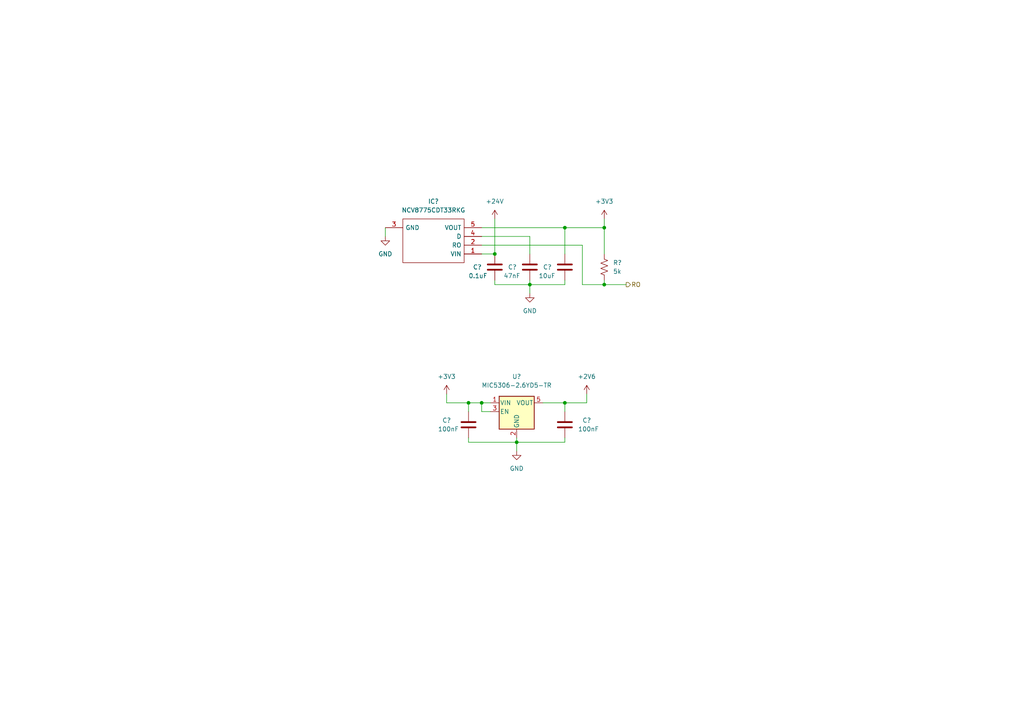
<source format=kicad_sch>
(kicad_sch (version 20211123) (generator eeschema)
  (paper "A4")
  (lib_symbols
    (symbol "Device:C" (pin_numbers hide) (pin_names (offset 0.254))
      (property "Reference" "C" (at 0.635 2.54 0))
      (property "Value" "C" (at 0.635 -2.54 0))
      (symbol "C_0_1"
        (polyline (pts (xy -2.032 -0.762) (xy 2.032 -0.762)) (stroke (width 0.508)))
        (polyline (pts (xy -2.032 0.762) (xy 2.032 0.762)) (stroke (width 0.508)))
      )
      (symbol "C_1_1"
        (pin passive line (at 0 3.81 270) (length 2.794) (name "~") (number "1"))
        (pin passive line (at 0 -3.81 90) (length 2.794) (name "~") (number "2"))
      )
    )
    (symbol "Device:R_US" (pin_numbers hide) (pin_names (offset 0))
      (property "Reference" "R" (at 2.54 0 90))
      (property "Value" "R_US" (at -2.54 0 90))
      (symbol "R_US_0_1"
        (polyline (pts (xy 0 -2.286) (xy 0 -2.54)))
        (polyline (pts (xy 0 2.286) (xy 0 2.54)))
        (polyline (pts (xy 0 -0.762) (xy 1.016 -1.143) (xy 0 -1.524) (xy -1.016 -1.905) (xy 0 -2.286)))
        (polyline (pts (xy 0 0.762) (xy 1.016 0.381) (xy 0 0) (xy -1.016 -0.381) (xy 0 -0.762)))
        (polyline (pts (xy 0 2.286) (xy 1.016 1.905) (xy 0 1.524) (xy -1.016 1.143) (xy 0 0.762)))
      )
      (symbol "R_US_1_1"
        (pin passive line (at 0 3.81 270) (length 1.27) (name "~") (number "1"))
        (pin passive line (at 0 -3.81 90) (length 1.27) (name "~") (number "2"))
      )
    )
    (symbol "NCV8775CDT33RKG:NCV8775CDT33RKG" (pin_names (offset 0.762))
      (property "Reference" "IC" (at 24.13 7.62 0))
      (property "Value" "NCV8775CDT33RKG" (at 24.13 5.08 0))
      (symbol "NCV8775CDT33RKG_0_0"
        (pin passive line (at 27.94 -7.62 180) (length 5.08) (name "VIN") (number "1"))
        (pin passive line (at 27.94 -5.08 180) (length 5.08) (name "RO") (number "2"))
        (pin passive line (at 0 0 0) (length 5.08) (name "GND") (number "3"))
        (pin passive line (at 27.94 -2.54 180) (length 5.08) (name "D") (number "4"))
        (pin passive line (at 27.94 0 180) (length 5.08) (name "VOUT") (number "5"))
      )
      (symbol "NCV8775CDT33RKG_0_1"
        (polyline (pts (xy 5.08 2.54) (xy 22.86 2.54) (xy 22.86 -10.16) (xy 5.08 -10.16) (xy 5.08 2.54)) (stroke (width 0.1524)))
      )
    )
    (symbol "Regulator_Linear:AP2112K-3.3" (pin_names (offset 0.254))
      (property "Reference" "U" (at -5.08 5.715 0))
      (property "Value" "AP2112K-3.3" (at 0 5.715 0))
      (symbol "AP2112K-3.3_0_1"
        (rectangle (start -5.08 4.445) (end 5.08 -5.08) (stroke (width 0.254)) (fill (type background)))
      )
      (symbol "AP2112K-3.3_1_1"
        (pin power_in line (at -7.62 2.54 0) (length 2.54) (name "VIN") (number "1"))
        (pin power_in line (at 0 -7.62 90) (length 2.54) (name "GND") (number "2"))
        (pin input line (at -7.62 0 0) (length 2.54) (name "EN") (number "3"))
        (pin no_connect line (at 5.08 0 180) (length 2.54) hide (name "NC") (number "4"))
        (pin power_out line (at 7.62 2.54 180) (length 2.54) (name "VOUT") (number "5"))
      )
    )
    (symbol "power:+24V" (power) (pin_names (offset 0))
      (property "Value" "+24V" (at 0 3.556 0))
      (symbol "+24V_0_1"
        (polyline (pts (xy -0.762 1.27) (xy 0 2.54)))
        (polyline (pts (xy 0 0) (xy 0 2.54)))
        (polyline (pts (xy 0 2.54) (xy 0.762 1.27)))
      )
      (symbol "+24V_1_1"
        (pin power_in line (at 0 0 90) (length 0) hide (name "+24V") (number "1"))
      )
    )
    (symbol "power:+2V6" (power) (pin_names (offset 0))
      (property "Value" "+2V6" (at 0 5.08 0))
      (symbol "+2V6_0_1"
        (polyline (pts (xy -0.762 1.27) (xy 0 2.54)))
        (polyline (pts (xy 0 0) (xy 0 2.54)))
        (polyline (pts (xy 0 2.54) (xy 0.762 1.27)))
      )
      (symbol "+2V6_1_1"
        (pin power_in line (at 0 0 90) (length 0) hide (name "+2V6") (number "1"))
      )
    )
    (symbol "power:+3V3" (power) (pin_names (offset 0))
      (property "Value" "+3V3" (at 0 3.556 0))
      (symbol "+3V3_0_1"
        (polyline (pts (xy -0.762 1.27) (xy 0 2.54)))
        (polyline (pts (xy 0 0) (xy 0 2.54)))
        (polyline (pts (xy 0 2.54) (xy 0.762 1.27)))
      )
      (symbol "+3V3_1_1"
        (pin power_in line (at 0 0 90) (length 0) hide (name "+3V3") (number "1"))
      )
    )
    (symbol "power:GND" (power) (pin_names (offset 0))
      (property "Value" "GND" (at 0 -3.81 0))
      (symbol "GND_0_1"
        (polyline (pts (xy 0 0) (xy 0 -1.27) (xy 1.27 -1.27) (xy 0 -2.54) (xy -1.27 -1.27) (xy 0 -1.27)))
      )
      (symbol "GND_1_1"
        (pin power_in line (at 0 0 270) (length 0) hide (name "GND") (number "1"))
      )
    )
  )
  (junction (at 149.86 128.27))
  (junction (at 153.67 82.55))
  (junction (at 175.26 66.04))
  (junction (at 163.83 116.84))
  (junction (at 135.89 116.84))
  (junction (at 143.51 73.66))
  (junction (at 175.26 82.55))
  (junction (at 163.83 66.04))
  (junction (at 139.7 116.84))
  (wire (pts (xy 163.83 116.84) (xy 170.18 116.84)))
  (wire (pts (xy 168.91 71.12) (xy 168.91 82.55)))
  (wire (pts (xy 149.86 127) (xy 149.86 128.27)))
  (wire (pts (xy 143.51 63.5) (xy 143.51 73.66)))
  (wire (pts (xy 135.89 119.38) (xy 135.89 116.84)))
  (wire (pts (xy 135.89 128.27) (xy 149.86 128.27)))
  (wire (pts (xy 135.89 116.84) (xy 139.7 116.84)))
  (wire (pts (xy 163.83 66.04) (xy 163.83 73.66)))
  (wire (pts (xy 175.26 63.5) (xy 175.26 66.04)))
  (wire (pts (xy 139.7 116.84) (xy 142.24 116.84)))
  (wire (pts (xy 153.67 81.28) (xy 153.67 82.55)))
  (wire (pts (xy 163.83 116.84) (xy 163.83 119.38)))
  (wire (pts (xy 135.89 127) (xy 135.89 128.27)))
  (wire (pts (xy 129.54 116.84) (xy 135.89 116.84)))
  (wire (pts (xy 170.18 114.3) (xy 170.18 116.84)))
  (wire (pts (xy 139.7 71.12) (xy 168.91 71.12)))
  (wire (pts (xy 153.67 82.55) (xy 163.83 82.55)))
  (wire (pts (xy 149.86 128.27) (xy 149.86 130.81)))
  (wire (pts (xy 143.51 82.55) (xy 153.67 82.55)))
  (wire (pts (xy 143.51 81.28) (xy 143.51 82.55)))
  (wire (pts (xy 139.7 68.58) (xy 153.67 68.58)))
  (wire (pts (xy 175.26 66.04) (xy 175.26 73.66)))
  (wire (pts (xy 142.24 119.38) (xy 139.7 119.38)))
  (wire (pts (xy 129.54 114.3) (xy 129.54 116.84)))
  (wire (pts (xy 163.83 66.04) (xy 175.26 66.04)))
  (wire (pts (xy 111.76 66.04) (xy 111.76 68.58)))
  (wire (pts (xy 139.7 66.04) (xy 163.83 66.04)))
  (wire (pts (xy 175.26 82.55) (xy 181.61 82.55)))
  (wire (pts (xy 163.83 81.28) (xy 163.83 82.55)))
  (wire (pts (xy 168.91 82.55) (xy 175.26 82.55)))
  (wire (pts (xy 153.67 82.55) (xy 153.67 85.09)))
  (wire (pts (xy 149.86 128.27) (xy 163.83 128.27)))
  (wire (pts (xy 163.83 127) (xy 163.83 128.27)))
  (wire (pts (xy 153.67 68.58) (xy 153.67 73.66)))
  (wire (pts (xy 139.7 116.84) (xy 139.7 119.38)))
  (wire (pts (xy 175.26 81.28) (xy 175.26 82.55)))
  (wire (pts (xy 157.48 116.84) (xy 163.83 116.84)))
  (wire (pts (xy 139.7 73.66) (xy 143.51 73.66)))
  (hierarchical_label "RO" (shape output) (at 181.61 82.55 0))
  (symbol (lib_id "Device:C") (at 163.83 123.19 0) (unit 1)
    (property "Reference" "C?" (at 168.91 121.92 0) (effects (justify left)))
    (property "Value" "100nF" (at 167.64 124.46 0) (effects (justify left)))
  )
  (symbol (lib_id "power:+2V6") (at 170.18 114.3 0) (unit 1)
    (property "Reference" "#PWR?" (effects hide))
    (property "Value" "+2V6" (at 170.18 109.22 0))
  )
  (symbol (lib_id "power:GND") (at 149.86 130.81 0) (unit 1)
    (property "Reference" "#PWR?" (effects hide))
    (property "Value" "GND" (at 149.86 135.89 0))
  )
  (symbol (lib_id "power:GND") (at 111.76 68.58 0) (unit 1)
    (property "Reference" "#PWR?" (effects hide))
    (property "Value" "GND" (at 111.76 73.66 0))
  )
  (symbol (lib_id "Device:R_US") (at 175.26 77.47 0) (unit 1)
    (property "Reference" "R?" (at 177.8 76.1999 0) (effects (justify left)))
    (property "Value" "5k" (at 177.8 78.7399 0) (effects (justify left)))
  )
  (symbol (lib_id "Device:C") (at 143.51 77.47 0) (unit 1)
    (property "Reference" "C?" (at 137.16 77.47 0) (effects (justify left)))
    (property "Value" "0.1uF" (at 135.89 80.01 0) (effects (justify left)))
  )
  (symbol (lib_id "Device:C") (at 153.67 77.47 0) (unit 1)
    (property "Reference" "C?" (at 147.32 77.47 0) (effects (justify left)))
    (property "Value" "47nF" (at 146.05 80.01 0) (effects (justify left)))
  )
  (symbol (lib_id "Device:C") (at 163.83 77.47 0) (unit 1)
    (property "Reference" "C?" (at 157.48 77.47 0) (effects (justify left)))
    (property "Value" "10uF" (at 156.21 80.01 0) (effects (justify left)))
  )
  (symbol (lib_id "power:+24V") (at 143.51 63.5 0) (unit 1)
    (property "Reference" "#PWR?" (effects hide))
    (property "Value" "+24V" (at 143.51 58.42 0))
  )
  (symbol (lib_id "power:GND") (at 153.67 85.09 0) (unit 1)
    (property "Reference" "#PWR?" (effects hide))
    (property "Value" "GND" (at 153.67 90.17 0))
  )
  (symbol (lib_id "NCV8775CDT33RKG:NCV8775CDT33RKG") (at 111.76 66.04 0) (unit 1)
    (property "Reference" "IC?" (at 125.73 58.42 0))
    (property "Value" "NCV8775CDT33RKG" (at 125.73 60.96 0))
    (property "Footprint" "NCV8775CDT33RKG" (effects hide))
    (property "Datasheet" "https://www.onsemi.com/pdf/datasheet/ncv8775c-d.pdf" (effects hide))
    (property "Description" "LDO Voltage Regulators 3.3V/350MA LDO W RO/D" (effects hide))
    (property "Height" "2.38" (effects hide))
    (property "Manufacturer_Name" "onsemi" (effects hide))
    (property "Manufacturer_Part_Number" "NCV8775CDT33RKG" (effects hide))
    (property "Mouser Part Number" "863-NCV8775CDT33RKG" (effects hide))
    (property "Mouser Price/Stock" "https://www.mouser.co.uk/ProductDetail/onsemi/NCV8775CDT33RKG?qs=GedFDFLaBXGnbrDChUd5HQ%3D%3D" (effects hide))
  )
  (symbol (lib_id "power:+3V3") (at 175.26 63.5 0) (unit 1)
    (property "Reference" "#PWR?" (effects hide))
    (property "Value" "+3V3" (at 175.26 58.42 0))
  )
  (symbol (lib_id "power:+3V3") (at 129.54 114.3 0) (unit 1)
    (property "Reference" "#PWR?" (effects hide))
    (property "Value" "+3V3" (at 129.54 109.22 0))
  )
  (symbol (lib_id "Regulator_Linear:AP2112K-3.3") (at 149.86 119.38 0) (unit 1)
    (property "Reference" "U?" (at 149.86 109.22 0))
    (property "Value" "MIC5306-2.6YD5-TR" (at 149.86 111.76 0))
    (property "Footprint" "MIC5306-2.6YD5-TR" (effects hide))
    (property "Datasheet" "https://www.mouser.pl/datasheet/2/268/mic5306-1082328.pdf" (effects hide))
  )
  (symbol (lib_id "Device:C") (at 135.89 123.19 0) (unit 1)
    (property "Reference" "C?" (at 128.27 121.92 0) (effects (justify left)))
    (property "Value" "100nF" (at 127 124.46 0) (effects (justify left)))
  )
)
</source>
